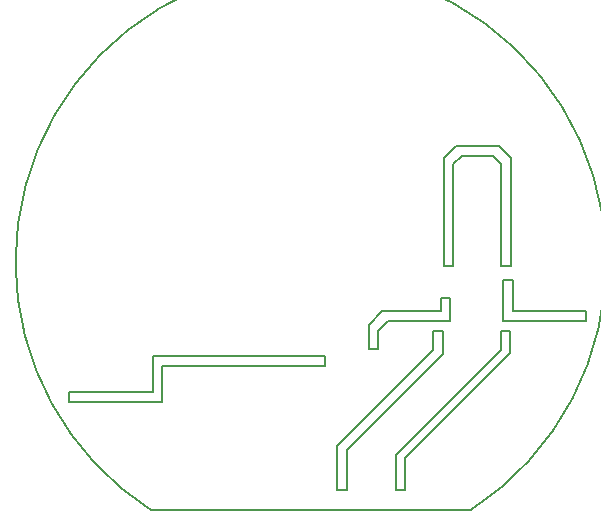
<source format=gm1>
G04 #@! TF.GenerationSoftware,KiCad,Pcbnew,(5.0.0)*
G04 #@! TF.CreationDate,2018-11-08T23:55:30+01:00*
G04 #@! TF.ProjectId,ESPAIO,45535041494F2E6B696361645F706362,rev?*
G04 #@! TF.SameCoordinates,Original*
G04 #@! TF.FileFunction,Profile,NP*
%FSLAX46Y46*%
G04 Gerber Fmt 4.6, Leading zero omitted, Abs format (unit mm)*
G04 Created by KiCad (PCBNEW (5.0.0)) date 11/08/18 23:55:30*
%MOMM*%
%LPD*%
G01*
G04 APERTURE LIST*
%ADD10C,0.200000*%
G04 APERTURE END LIST*
D10*
X100266500Y-105600500D02*
X100266500Y-102108000D01*
X107315000Y-105600500D02*
X100266500Y-105600500D01*
X107315000Y-104775000D02*
X107315000Y-105600500D01*
X101092000Y-104775000D02*
X107315000Y-104775000D01*
X101092000Y-102108000D02*
X101092000Y-104775000D01*
X100266500Y-102108000D02*
X101092000Y-102108000D01*
X88900000Y-105918000D02*
X90043000Y-104775000D01*
X89725500Y-106426000D02*
X90551000Y-105600500D01*
X100965000Y-91821000D02*
X100965000Y-100965000D01*
X99441000Y-91630500D02*
X100139500Y-92329000D01*
X99949000Y-90805000D02*
X100965000Y-91821000D01*
X95250000Y-91821000D02*
X96266000Y-90805000D01*
X96075500Y-92329000D02*
X96774000Y-91630500D01*
X96266000Y-90805000D02*
X99949000Y-90805000D01*
X95250000Y-100965000D02*
X95250000Y-91821000D01*
X100139500Y-100965000D02*
X100965000Y-100965000D01*
X100139500Y-92329000D02*
X100139500Y-100965000D01*
X96774000Y-91630500D02*
X99441000Y-91630500D01*
X96075500Y-100965000D02*
X96075500Y-92329000D01*
X95250000Y-100965000D02*
X96075500Y-100965000D01*
X88900000Y-105918000D02*
X88900000Y-107950000D01*
X94996000Y-104775000D02*
X90043000Y-104775000D01*
X94996000Y-103632000D02*
X94996000Y-104775000D01*
X95821500Y-103632000D02*
X94996000Y-103632000D01*
X95821500Y-105600500D02*
X95821500Y-103632000D01*
X90551000Y-105600500D02*
X95821500Y-105600500D01*
X89725500Y-107950000D02*
X89725500Y-106426000D01*
X88900000Y-107950000D02*
X89725500Y-107950000D01*
X70612000Y-108585000D02*
X85217000Y-108585000D01*
X85217000Y-109410500D02*
X71437500Y-109410500D01*
X71437500Y-112458500D02*
X71437500Y-109410500D01*
X63500000Y-112458500D02*
X71437500Y-112458500D01*
X85217000Y-108585000D02*
X85217000Y-109410500D01*
X70612000Y-111633000D02*
X70612000Y-108585000D01*
X63500000Y-111633000D02*
X70612000Y-111633000D01*
X63500000Y-112458500D02*
X63500000Y-111633000D01*
X100076000Y-106489500D02*
X100901500Y-106489500D01*
X94361000Y-106489500D02*
X95186500Y-106489500D01*
X91186000Y-119888000D02*
X92011500Y-119888000D01*
X86233000Y-119888000D02*
X87058500Y-119888000D01*
X100076000Y-108077000D02*
X100076000Y-106489500D01*
X100901500Y-108331000D02*
X92011500Y-117221000D01*
X91186000Y-116967000D02*
X100076000Y-108077000D01*
X100901500Y-106489500D02*
X100901500Y-108331000D01*
X91186000Y-119888000D02*
X91186000Y-116967000D01*
X92011500Y-119888000D02*
X92011500Y-117221000D01*
X95186500Y-108394500D02*
X87058500Y-116522500D01*
X95186500Y-106489500D02*
X95186500Y-108394500D01*
X94361000Y-108077000D02*
X94361000Y-106489500D01*
X86233000Y-116205000D02*
X94361000Y-108077000D01*
X86233000Y-119888000D02*
X86233000Y-116205000D01*
X87058500Y-119888000D02*
X87058500Y-116522500D01*
X70510501Y-121635125D02*
G75*
G02X59010501Y-100593500I13499999J21041625D01*
G01*
X59010500Y-100593500D02*
G75*
G02X97510500Y-121635125I25000000J0D01*
G01*
X70510501Y-121635125D02*
X97510500Y-121635125D01*
M02*

</source>
